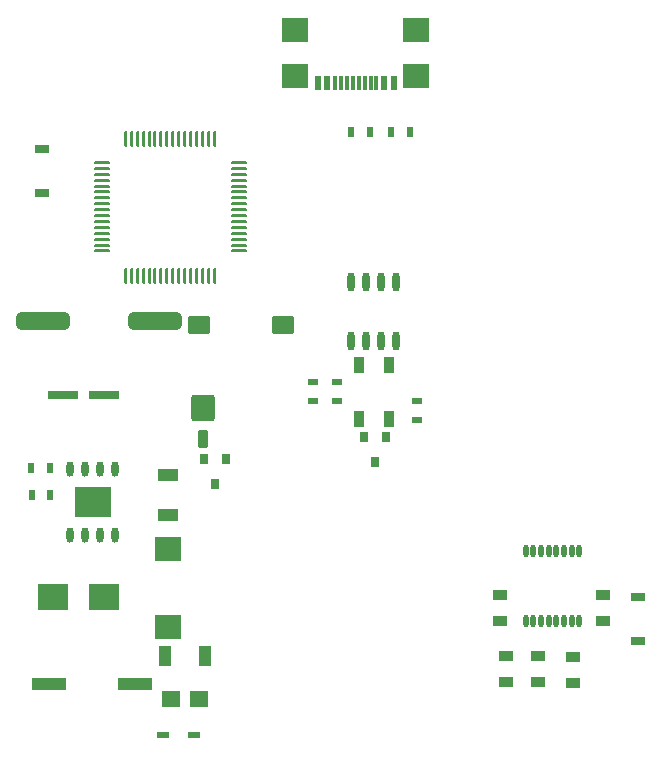
<source format=gbr>
%TF.GenerationSoftware,Altium Limited,Altium Designer,20.2.5 (213)*%
G04 Layer_Color=8421504*
%FSLAX44Y44*%
%MOMM*%
%TF.SameCoordinates,3FE501F2-1E46-4B48-ABA6-5278C61F2325*%
%TF.FilePolarity,Positive*%
%TF.FileFunction,Paste,Top*%
%TF.Part,Single*%
G01*
G75*
%TA.AperFunction,SMDPad,CuDef*%
%ADD10R,0.3000X1.1500*%
%ADD11R,0.6000X1.1500*%
%ADD12R,2.1800X2.0000*%
G04:AMPARAMS|DCode=13|XSize=4.5mm|YSize=1.5mm|CornerRadius=0.375mm|HoleSize=0mm|Usage=FLASHONLY|Rotation=180.000|XOffset=0mm|YOffset=0mm|HoleType=Round|Shape=RoundedRectangle|*
%AMROUNDEDRECTD13*
21,1,4.5000,0.7500,0,0,180.0*
21,1,3.7500,1.5000,0,0,180.0*
1,1,0.7500,-1.8750,0.3750*
1,1,0.7500,1.8750,0.3750*
1,1,0.7500,1.8750,-0.3750*
1,1,0.7500,-1.8750,-0.3750*
%
%ADD13ROUNDEDRECTD13*%
%ADD14R,2.5000X0.8000*%
%ADD15R,0.6000X0.9000*%
%ADD16O,0.4500X1.0500*%
%ADD17R,1.2000X0.7000*%
%ADD18O,0.6500X1.6000*%
G04:AMPARAMS|DCode=19|XSize=1.35mm|YSize=0.9mm|CornerRadius=0.09mm|HoleSize=0mm|Usage=FLASHONLY|Rotation=270.000|XOffset=0mm|YOffset=0mm|HoleType=Round|Shape=RoundedRectangle|*
%AMROUNDEDRECTD19*
21,1,1.3500,0.7200,0,0,270.0*
21,1,1.1700,0.9000,0,0,270.0*
1,1,0.1800,-0.3600,-0.5850*
1,1,0.1800,-0.3600,0.5850*
1,1,0.1800,0.3600,0.5850*
1,1,0.1800,0.3600,-0.5850*
%
%ADD19ROUNDEDRECTD19*%
%ADD20R,0.9000X0.6000*%
%ADD21R,0.7000X0.9000*%
%ADD22R,0.1000X0.1000*%
%ADD23R,1.3000X0.9000*%
G04:AMPARAMS|DCode=24|XSize=1.6mm|YSize=1.8mm|CornerRadius=0.16mm|HoleSize=0mm|Usage=FLASHONLY|Rotation=90.000|XOffset=0mm|YOffset=0mm|HoleType=Round|Shape=RoundedRectangle|*
%AMROUNDEDRECTD24*
21,1,1.6000,1.4800,0,0,90.0*
21,1,1.2800,1.8000,0,0,90.0*
1,1,0.3200,0.7400,0.6400*
1,1,0.3200,0.7400,-0.6400*
1,1,0.3200,-0.7400,-0.6400*
1,1,0.3200,-0.7400,0.6400*
%
%ADD24ROUNDEDRECTD24*%
%ADD25O,1.5000X0.2540*%
%ADD26O,0.2540X1.5000*%
G04:AMPARAMS|DCode=27|XSize=1.5mm|YSize=0.8mm|CornerRadius=0.08mm|HoleSize=0mm|Usage=FLASHONLY|Rotation=270.000|XOffset=0mm|YOffset=0mm|HoleType=Round|Shape=RoundedRectangle|*
%AMROUNDEDRECTD27*
21,1,1.5000,0.6400,0,0,270.0*
21,1,1.3400,0.8000,0,0,270.0*
1,1,0.1600,-0.3200,-0.6700*
1,1,0.1600,-0.3200,0.6700*
1,1,0.1600,0.3200,0.6700*
1,1,0.1600,0.3200,-0.6700*
%
%ADD27ROUNDEDRECTD27*%
G04:AMPARAMS|DCode=28|XSize=2.2mm|YSize=2mm|CornerRadius=0.2mm|HoleSize=0mm|Usage=FLASHONLY|Rotation=270.000|XOffset=0mm|YOffset=0mm|HoleType=Round|Shape=RoundedRectangle|*
%AMROUNDEDRECTD28*
21,1,2.2000,1.6000,0,0,270.0*
21,1,1.8000,2.0000,0,0,270.0*
1,1,0.4000,-0.8000,-0.9000*
1,1,0.4000,-0.8000,0.9000*
1,1,0.4000,0.8000,0.9000*
1,1,0.4000,0.8000,-0.9000*
%
%ADD28ROUNDEDRECTD28*%
%ADD29R,3.1000X2.6000*%
%ADD30O,0.6000X1.3000*%
%ADD31R,2.5000X2.3000*%
%ADD32R,1.1000X1.7000*%
%ADD33R,1.0000X0.6000*%
%ADD34R,1.7000X1.1000*%
%ADD35R,2.2000X2.0000*%
%ADD36R,1.6500X1.4000*%
%ADD37R,3.0000X1.1000*%
D10*
X385600Y572250D02*
D03*
X350600D02*
D03*
X380600D02*
D03*
X355600D02*
D03*
X370600D02*
D03*
X365600D02*
D03*
X375600D02*
D03*
X360600D02*
D03*
D11*
X400100D02*
D03*
X336100D02*
D03*
X392100D02*
D03*
X344100D02*
D03*
D12*
X317000Y617000D02*
D03*
X419200D02*
D03*
Y578000D02*
D03*
X317000D02*
D03*
D13*
X103000Y371000D02*
D03*
X198000D02*
D03*
D14*
X120000Y308000D02*
D03*
X155000D02*
D03*
D15*
X379800Y531000D02*
D03*
X364200D02*
D03*
X413800D02*
D03*
X398200D02*
D03*
X93400Y246500D02*
D03*
X109000D02*
D03*
X109300Y223500D02*
D03*
X93700D02*
D03*
D16*
X512000Y117000D02*
D03*
X518500D02*
D03*
X525000D02*
D03*
X531500D02*
D03*
X538000D02*
D03*
X544500D02*
D03*
X551000D02*
D03*
Y176000D02*
D03*
X544500D02*
D03*
X538000D02*
D03*
X557500Y117000D02*
D03*
Y176000D02*
D03*
X531500D02*
D03*
X525000D02*
D03*
X518500D02*
D03*
X512000D02*
D03*
D17*
X607000Y137000D02*
D03*
Y100000D02*
D03*
X102000Y479000D02*
D03*
Y516000D02*
D03*
D18*
X389298Y404008D02*
D03*
X376598D02*
D03*
X363898D02*
D03*
X401998Y404008D02*
D03*
Y354008D02*
D03*
X389298D02*
D03*
X363898D02*
D03*
X376598D02*
D03*
D19*
X396000Y287500D02*
D03*
Y333000D02*
D03*
X371000Y287500D02*
D03*
Y333000D02*
D03*
D20*
X420000Y302800D02*
D03*
Y287200D02*
D03*
X332000Y318800D02*
D03*
Y303200D02*
D03*
X352000Y318800D02*
D03*
Y303200D02*
D03*
D21*
X394000Y272000D02*
D03*
X375000D02*
D03*
X384500Y251000D02*
D03*
X258500Y254000D02*
D03*
X239500D02*
D03*
X249000Y233000D02*
D03*
D22*
X333500Y340000D02*
D03*
X348500D02*
D03*
D23*
X577000Y117000D02*
D03*
Y139000D02*
D03*
X495000Y87000D02*
D03*
Y65000D02*
D03*
X522000Y87000D02*
D03*
Y65000D02*
D03*
X490000Y117000D02*
D03*
Y139000D02*
D03*
X552000Y86000D02*
D03*
Y64000D02*
D03*
D24*
X306250Y367000D02*
D03*
X235000D02*
D03*
D25*
X153001Y474491D02*
D03*
Y479491D02*
D03*
Y484491D02*
D03*
Y489491D02*
D03*
Y494491D02*
D03*
Y499491D02*
D03*
Y504491D02*
D03*
Y469491D02*
D03*
Y434491D02*
D03*
Y464491D02*
D03*
Y459491D02*
D03*
Y454491D02*
D03*
Y449491D02*
D03*
Y444491D02*
D03*
Y439491D02*
D03*
Y429491D02*
D03*
X269001Y474491D02*
D03*
Y479491D02*
D03*
Y484491D02*
D03*
Y489491D02*
D03*
Y494491D02*
D03*
Y499491D02*
D03*
Y504491D02*
D03*
Y469491D02*
D03*
Y464491D02*
D03*
Y459491D02*
D03*
Y454491D02*
D03*
Y449491D02*
D03*
Y444491D02*
D03*
Y439491D02*
D03*
Y434491D02*
D03*
Y429491D02*
D03*
D26*
X173501Y524991D02*
D03*
X178501D02*
D03*
X183501D02*
D03*
X188501D02*
D03*
X193501D02*
D03*
X198501D02*
D03*
X203501D02*
D03*
X208501D02*
D03*
X213501D02*
D03*
X218501D02*
D03*
X223501D02*
D03*
X228501D02*
D03*
X233501D02*
D03*
X238501D02*
D03*
X243501D02*
D03*
X248501D02*
D03*
X173501Y408991D02*
D03*
X178501D02*
D03*
X183501D02*
D03*
X188501D02*
D03*
X193501D02*
D03*
X198501D02*
D03*
X203501D02*
D03*
X208501D02*
D03*
X213501D02*
D03*
X218501D02*
D03*
X223501D02*
D03*
X228501D02*
D03*
X233501D02*
D03*
X238501D02*
D03*
X243501D02*
D03*
X248501D02*
D03*
D27*
X239000Y271000D02*
D03*
D28*
Y297000D02*
D03*
D29*
X145500Y217500D02*
D03*
D30*
X126450Y189500D02*
D03*
X139150D02*
D03*
X151850D02*
D03*
X164550D02*
D03*
X126450Y245500D02*
D03*
X139150D02*
D03*
X151850D02*
D03*
X164550D02*
D03*
D31*
X154750Y137000D02*
D03*
X111750D02*
D03*
D32*
X206250Y87000D02*
D03*
X240250D02*
D03*
D33*
X204750Y19750D02*
D03*
X230750D02*
D03*
D34*
X209250Y240250D02*
D03*
Y206250D02*
D03*
D35*
X209500Y111250D02*
D03*
Y177250D02*
D03*
D36*
X235000Y51000D02*
D03*
X211750D02*
D03*
D37*
X181500Y63250D02*
D03*
X108250D02*
D03*
%TF.MD5,3245ba21f11f8857fd79e1d4bec3994a*%
M02*

</source>
